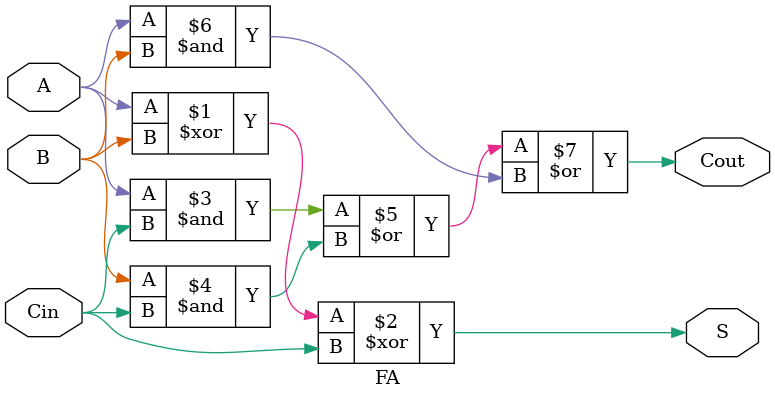
<source format=v>
`timescale 1ns / 1ps
module FA(
    input A,
    input B,
    input Cin,
    output S,
    output Cout
);
assign S = A ^ B ^ Cin;
assign Cout = A&Cin | B&Cin | A&B; 

endmodule


</source>
